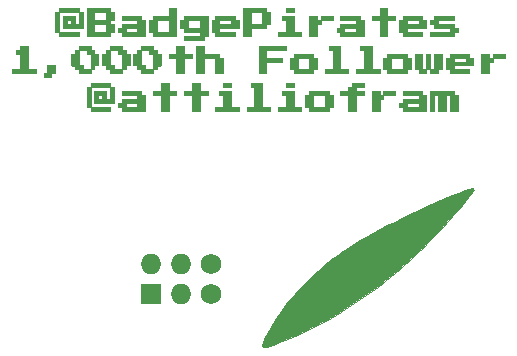
<source format=gbr>
G04 #@! TF.GenerationSoftware,KiCad,Pcbnew,(5.1.2)-1*
G04 #@! TF.CreationDate,2019-07-16T22:45:59-05:00*
G04 #@! TF.ProjectId,1ktwitter,316b7477-6974-4746-9572-2e6b69636164,rev?*
G04 #@! TF.SameCoordinates,Original*
G04 #@! TF.FileFunction,Copper,L1,Top*
G04 #@! TF.FilePolarity,Positive*
%FSLAX46Y46*%
G04 Gerber Fmt 4.6, Leading zero omitted, Abs format (unit mm)*
G04 Created by KiCad (PCBNEW (5.1.2)-1) date 2019-07-16 22:45:59*
%MOMM*%
%LPD*%
G04 APERTURE LIST*
%ADD10C,0.010000*%
%ADD11C,1.727200*%
%ADD12O,1.727200X1.727200*%
%ADD13R,1.727200X1.727200*%
G04 APERTURE END LIST*
D10*
G36*
X16526657Y-14790849D02*
G01*
X16556872Y-14796928D01*
X16580631Y-14810880D01*
X16596853Y-14825320D01*
X16632823Y-14874660D01*
X16644164Y-14930161D01*
X16630852Y-14991687D01*
X16626512Y-15001904D01*
X16613849Y-15022216D01*
X16586606Y-15060293D01*
X16546286Y-15114240D01*
X16494389Y-15182161D01*
X16432418Y-15262161D01*
X16361874Y-15352344D01*
X16284258Y-15450814D01*
X16201072Y-15555675D01*
X16113818Y-15665032D01*
X16023998Y-15776989D01*
X15933111Y-15889651D01*
X15842662Y-16001121D01*
X15754150Y-16109504D01*
X15669077Y-16212905D01*
X15628100Y-16262385D01*
X15027796Y-16970814D01*
X14415970Y-17664004D01*
X14084686Y-18027650D01*
X13885947Y-18241369D01*
X13673205Y-18466455D01*
X13449276Y-18700085D01*
X13216974Y-18939437D01*
X12979116Y-19181688D01*
X12738517Y-19424016D01*
X12497992Y-19663598D01*
X12260358Y-19897613D01*
X12028429Y-20123236D01*
X11805021Y-20337647D01*
X11592951Y-20538022D01*
X11423164Y-20695697D01*
X10720155Y-21327193D01*
X10002847Y-21941219D01*
X9272648Y-22536712D01*
X8530967Y-23112607D01*
X7779214Y-23667841D01*
X7018796Y-24201349D01*
X6251124Y-24712067D01*
X5477605Y-25198930D01*
X5391150Y-25251635D01*
X4976121Y-25499536D01*
X4550246Y-25745681D01*
X4119423Y-25986819D01*
X3689552Y-26219695D01*
X3266530Y-26441056D01*
X2889250Y-26631358D01*
X2439190Y-26850535D01*
X1994079Y-27060118D01*
X1549456Y-27262029D01*
X1100862Y-27458190D01*
X643839Y-27650523D01*
X173925Y-27840949D01*
X-313337Y-28031392D01*
X-695177Y-28176262D01*
X-802547Y-28215010D01*
X-890308Y-28242938D01*
X-961601Y-28260516D01*
X-1019571Y-28268216D01*
X-1067360Y-28266508D01*
X-1108110Y-28255864D01*
X-1135943Y-28242300D01*
X-1179638Y-28209374D01*
X-1211383Y-28167781D01*
X-1230898Y-28116413D01*
X-1237898Y-28054162D01*
X-1232102Y-27979918D01*
X-1213228Y-27892573D01*
X-1180992Y-27791018D01*
X-1135114Y-27674144D01*
X-1075309Y-27540844D01*
X-1001296Y-27390007D01*
X-912793Y-27220526D01*
X-842875Y-27091671D01*
X-507088Y-26506401D01*
X-147971Y-25929623D01*
X233485Y-25362498D01*
X636291Y-24806191D01*
X1059455Y-24261864D01*
X1501989Y-23730680D01*
X1962902Y-23213802D01*
X2441203Y-22712393D01*
X2935903Y-22227616D01*
X3446011Y-21760634D01*
X3970537Y-21312610D01*
X4311650Y-21037694D01*
X4708809Y-20733247D01*
X5128811Y-20427538D01*
X5571794Y-20120496D01*
X6037898Y-19812045D01*
X6527262Y-19502112D01*
X7040026Y-19190622D01*
X7576330Y-18877503D01*
X8136313Y-18562679D01*
X8720116Y-18246078D01*
X9327876Y-17927625D01*
X9959735Y-17607246D01*
X10615831Y-17284868D01*
X11296305Y-16960417D01*
X12001296Y-16633818D01*
X12730943Y-16304998D01*
X13485387Y-15973883D01*
X14264766Y-15640399D01*
X15069220Y-15304472D01*
X15405100Y-15166521D01*
X15595601Y-15089162D01*
X15764240Y-15021820D01*
X15912301Y-14964045D01*
X16041065Y-14915388D01*
X16151816Y-14875399D01*
X16245834Y-14843630D01*
X16324403Y-14819631D01*
X16388805Y-14802953D01*
X16440323Y-14793146D01*
X16480238Y-14789762D01*
X16480558Y-14789759D01*
X16526657Y-14790849D01*
X16526657Y-14790849D01*
G37*
X16526657Y-14790849D02*
X16556872Y-14796928D01*
X16580631Y-14810880D01*
X16596853Y-14825320D01*
X16632823Y-14874660D01*
X16644164Y-14930161D01*
X16630852Y-14991687D01*
X16626512Y-15001904D01*
X16613849Y-15022216D01*
X16586606Y-15060293D01*
X16546286Y-15114240D01*
X16494389Y-15182161D01*
X16432418Y-15262161D01*
X16361874Y-15352344D01*
X16284258Y-15450814D01*
X16201072Y-15555675D01*
X16113818Y-15665032D01*
X16023998Y-15776989D01*
X15933111Y-15889651D01*
X15842662Y-16001121D01*
X15754150Y-16109504D01*
X15669077Y-16212905D01*
X15628100Y-16262385D01*
X15027796Y-16970814D01*
X14415970Y-17664004D01*
X14084686Y-18027650D01*
X13885947Y-18241369D01*
X13673205Y-18466455D01*
X13449276Y-18700085D01*
X13216974Y-18939437D01*
X12979116Y-19181688D01*
X12738517Y-19424016D01*
X12497992Y-19663598D01*
X12260358Y-19897613D01*
X12028429Y-20123236D01*
X11805021Y-20337647D01*
X11592951Y-20538022D01*
X11423164Y-20695697D01*
X10720155Y-21327193D01*
X10002847Y-21941219D01*
X9272648Y-22536712D01*
X8530967Y-23112607D01*
X7779214Y-23667841D01*
X7018796Y-24201349D01*
X6251124Y-24712067D01*
X5477605Y-25198930D01*
X5391150Y-25251635D01*
X4976121Y-25499536D01*
X4550246Y-25745681D01*
X4119423Y-25986819D01*
X3689552Y-26219695D01*
X3266530Y-26441056D01*
X2889250Y-26631358D01*
X2439190Y-26850535D01*
X1994079Y-27060118D01*
X1549456Y-27262029D01*
X1100862Y-27458190D01*
X643839Y-27650523D01*
X173925Y-27840949D01*
X-313337Y-28031392D01*
X-695177Y-28176262D01*
X-802547Y-28215010D01*
X-890308Y-28242938D01*
X-961601Y-28260516D01*
X-1019571Y-28268216D01*
X-1067360Y-28266508D01*
X-1108110Y-28255864D01*
X-1135943Y-28242300D01*
X-1179638Y-28209374D01*
X-1211383Y-28167781D01*
X-1230898Y-28116413D01*
X-1237898Y-28054162D01*
X-1232102Y-27979918D01*
X-1213228Y-27892573D01*
X-1180992Y-27791018D01*
X-1135114Y-27674144D01*
X-1075309Y-27540844D01*
X-1001296Y-27390007D01*
X-912793Y-27220526D01*
X-842875Y-27091671D01*
X-507088Y-26506401D01*
X-147971Y-25929623D01*
X233485Y-25362498D01*
X636291Y-24806191D01*
X1059455Y-24261864D01*
X1501989Y-23730680D01*
X1962902Y-23213802D01*
X2441203Y-22712393D01*
X2935903Y-22227616D01*
X3446011Y-21760634D01*
X3970537Y-21312610D01*
X4311650Y-21037694D01*
X4708809Y-20733247D01*
X5128811Y-20427538D01*
X5571794Y-20120496D01*
X6037898Y-19812045D01*
X6527262Y-19502112D01*
X7040026Y-19190622D01*
X7576330Y-18877503D01*
X8136313Y-18562679D01*
X8720116Y-18246078D01*
X9327876Y-17927625D01*
X9959735Y-17607246D01*
X10615831Y-17284868D01*
X11296305Y-16960417D01*
X12001296Y-16633818D01*
X12730943Y-16304998D01*
X13485387Y-15973883D01*
X14264766Y-15640399D01*
X15069220Y-15304472D01*
X15405100Y-15166521D01*
X15595601Y-15089162D01*
X15764240Y-15021820D01*
X15912301Y-14964045D01*
X16041065Y-14915388D01*
X16151816Y-14875399D01*
X16245834Y-14843630D01*
X16324403Y-14819631D01*
X16388805Y-14802953D01*
X16440323Y-14793146D01*
X16480238Y-14789762D01*
X16480558Y-14789759D01*
X16526657Y-14790849D01*
G36*
X-14135100Y-8229600D02*
G01*
X-15786100Y-8229600D01*
X-15786100Y-7899400D01*
X-14135100Y-7899400D01*
X-14135100Y-8229600D01*
X-14135100Y-8229600D01*
G37*
X-14135100Y-8229600D02*
X-15786100Y-8229600D01*
X-15786100Y-7899400D01*
X-14135100Y-7899400D01*
X-14135100Y-8229600D01*
G36*
X-15786100Y-7899400D02*
G01*
X-16116300Y-7899400D01*
X-16116300Y-6248400D01*
X-15786100Y-6248400D01*
X-15786100Y-7899400D01*
X-15786100Y-7899400D01*
G37*
X-15786100Y-7899400D02*
X-16116300Y-7899400D01*
X-16116300Y-6248400D01*
X-15786100Y-6248400D01*
X-15786100Y-7899400D01*
G36*
X-13804900Y-7569200D02*
G01*
X-15455900Y-7569200D01*
X-15455900Y-6908800D01*
X-15125700Y-6908800D01*
X-15125700Y-7239000D01*
X-14795500Y-7239000D01*
X-14795500Y-6908800D01*
X-15125700Y-6908800D01*
X-15455900Y-6908800D01*
X-15455900Y-6578600D01*
X-14465300Y-6578600D01*
X-14465300Y-7239000D01*
X-14135100Y-7239000D01*
X-14135100Y-6248400D01*
X-13804900Y-6248400D01*
X-13804900Y-7569200D01*
X-13804900Y-7569200D01*
G37*
X-13804900Y-7569200D02*
X-15455900Y-7569200D01*
X-15455900Y-6908800D01*
X-15125700Y-6908800D01*
X-15125700Y-7239000D01*
X-14795500Y-7239000D01*
X-14795500Y-6908800D01*
X-15125700Y-6908800D01*
X-15455900Y-6908800D01*
X-15455900Y-6578600D01*
X-14465300Y-6578600D01*
X-14465300Y-7239000D01*
X-14135100Y-7239000D01*
X-14135100Y-6248400D01*
X-13804900Y-6248400D01*
X-13804900Y-7569200D01*
G36*
X-14135100Y-6248400D02*
G01*
X-15786100Y-6248400D01*
X-15786100Y-5918200D01*
X-14135100Y-5918200D01*
X-14135100Y-6248400D01*
X-14135100Y-6248400D01*
G37*
X-14135100Y-6248400D02*
X-15786100Y-6248400D01*
X-15786100Y-5918200D01*
X-14135100Y-5918200D01*
X-14135100Y-6248400D01*
G36*
X-11493500Y-6908800D02*
G01*
X-11163300Y-6908800D01*
X-11163300Y-8229600D01*
X-13144500Y-8229600D01*
X-13144500Y-7899400D01*
X-13474700Y-7899400D01*
X-13474700Y-7569200D01*
X-13144500Y-7569200D01*
X-12814300Y-7569200D01*
X-12814300Y-7899400D01*
X-11823700Y-7899400D01*
X-11823700Y-7569200D01*
X-12814300Y-7569200D01*
X-13144500Y-7569200D01*
X-13144500Y-7239000D01*
X-11823700Y-7239000D01*
X-11823700Y-6908800D01*
X-13144500Y-6908800D01*
X-13144500Y-6578600D01*
X-11493500Y-6578600D01*
X-11493500Y-6908800D01*
X-11493500Y-6908800D01*
G37*
X-11493500Y-6908800D02*
X-11163300Y-6908800D01*
X-11163300Y-8229600D01*
X-13144500Y-8229600D01*
X-13144500Y-7899400D01*
X-13474700Y-7899400D01*
X-13474700Y-7569200D01*
X-13144500Y-7569200D01*
X-12814300Y-7569200D01*
X-12814300Y-7899400D01*
X-11823700Y-7899400D01*
X-11823700Y-7569200D01*
X-12814300Y-7569200D01*
X-13144500Y-7569200D01*
X-13144500Y-7239000D01*
X-11823700Y-7239000D01*
X-11823700Y-6908800D01*
X-13144500Y-6908800D01*
X-13144500Y-6578600D01*
X-11493500Y-6578600D01*
X-11493500Y-6908800D01*
G36*
X-9169400Y-6578600D02*
G01*
X-8509000Y-6578600D01*
X-8509000Y-6908800D01*
X-9169400Y-6908800D01*
X-9169400Y-8229600D01*
X-9842500Y-8229600D01*
X-9842500Y-6908800D01*
X-10502900Y-6908800D01*
X-10502900Y-6578600D01*
X-9842500Y-6578600D01*
X-9842500Y-5918200D01*
X-9169400Y-5918200D01*
X-9169400Y-6578600D01*
X-9169400Y-6578600D01*
G37*
X-9169400Y-6578600D02*
X-8509000Y-6578600D01*
X-8509000Y-6908800D01*
X-9169400Y-6908800D01*
X-9169400Y-8229600D01*
X-9842500Y-8229600D01*
X-9842500Y-6908800D01*
X-10502900Y-6908800D01*
X-10502900Y-6578600D01*
X-9842500Y-6578600D01*
X-9842500Y-5918200D01*
X-9169400Y-5918200D01*
X-9169400Y-6578600D01*
G36*
X-6527800Y-6578600D02*
G01*
X-5867400Y-6578600D01*
X-5867400Y-6908800D01*
X-6527800Y-6908800D01*
X-6527800Y-8229600D01*
X-7188200Y-8229600D01*
X-7188200Y-6908800D01*
X-7848600Y-6908800D01*
X-7848600Y-6578600D01*
X-7188200Y-6578600D01*
X-7188200Y-5918200D01*
X-6527800Y-5918200D01*
X-6527800Y-6578600D01*
X-6527800Y-6578600D01*
G37*
X-6527800Y-6578600D02*
X-5867400Y-6578600D01*
X-5867400Y-6908800D01*
X-6527800Y-6908800D01*
X-6527800Y-8229600D01*
X-7188200Y-8229600D01*
X-7188200Y-6908800D01*
X-7848600Y-6908800D01*
X-7848600Y-6578600D01*
X-7188200Y-6578600D01*
X-7188200Y-5918200D01*
X-6527800Y-5918200D01*
X-6527800Y-6578600D01*
G36*
X-3886200Y-7899400D02*
G01*
X-3225800Y-7899400D01*
X-3225800Y-8229600D01*
X-5207000Y-8229600D01*
X-5207000Y-7899400D01*
X-4546600Y-7899400D01*
X-4546600Y-6908800D01*
X-4876800Y-6908800D01*
X-4876800Y-6578600D01*
X-3886200Y-6578600D01*
X-3886200Y-7899400D01*
X-3886200Y-7899400D01*
G37*
X-3886200Y-7899400D02*
X-3225800Y-7899400D01*
X-3225800Y-8229600D01*
X-5207000Y-8229600D01*
X-5207000Y-7899400D01*
X-4546600Y-7899400D01*
X-4546600Y-6908800D01*
X-4876800Y-6908800D01*
X-4876800Y-6578600D01*
X-3886200Y-6578600D01*
X-3886200Y-7899400D01*
G36*
X-1231900Y-7899400D02*
G01*
X-571500Y-7899400D01*
X-571500Y-8229600D01*
X-2566159Y-8229600D01*
X-2562605Y-8067675D01*
X-2559050Y-7905750D01*
X-2232025Y-7902360D01*
X-1905000Y-7898971D01*
X-1905000Y-6248400D01*
X-2235200Y-6248400D01*
X-2235200Y-5918200D01*
X-1231900Y-5918200D01*
X-1231900Y-7899400D01*
X-1231900Y-7899400D01*
G37*
X-1231900Y-7899400D02*
X-571500Y-7899400D01*
X-571500Y-8229600D01*
X-2566159Y-8229600D01*
X-2562605Y-8067675D01*
X-2559050Y-7905750D01*
X-2232025Y-7902360D01*
X-1905000Y-7898971D01*
X-1905000Y-6248400D01*
X-2235200Y-6248400D01*
X-2235200Y-5918200D01*
X-1231900Y-5918200D01*
X-1231900Y-7899400D01*
G36*
X1409700Y-7899400D02*
G01*
X2070100Y-7899400D01*
X2070100Y-8229600D01*
X88900Y-8229600D01*
X88900Y-7899400D01*
X749300Y-7899400D01*
X749300Y-6908800D01*
X419100Y-6908800D01*
X419100Y-6578600D01*
X1409700Y-6578600D01*
X1409700Y-7899400D01*
X1409700Y-7899400D01*
G37*
X1409700Y-7899400D02*
X2070100Y-7899400D01*
X2070100Y-8229600D01*
X88900Y-8229600D01*
X88900Y-7899400D01*
X749300Y-7899400D01*
X749300Y-6908800D01*
X419100Y-6908800D01*
X419100Y-6578600D01*
X1409700Y-6578600D01*
X1409700Y-7899400D01*
G36*
X4381500Y-6908800D02*
G01*
X4711700Y-6908800D01*
X4711700Y-7899400D01*
X4381500Y-7899400D01*
X4381500Y-8229600D01*
X2730500Y-8229600D01*
X2730500Y-7899400D01*
X2400300Y-7899400D01*
X2400300Y-6908800D01*
X2730500Y-6908800D01*
X3060700Y-6908800D01*
X3060700Y-7899400D01*
X4051300Y-7899400D01*
X4051300Y-6908800D01*
X3060700Y-6908800D01*
X2730500Y-6908800D01*
X2730500Y-6578600D01*
X4381500Y-6578600D01*
X4381500Y-6908800D01*
X4381500Y-6908800D01*
G37*
X4381500Y-6908800D02*
X4711700Y-6908800D01*
X4711700Y-7899400D01*
X4381500Y-7899400D01*
X4381500Y-8229600D01*
X2730500Y-8229600D01*
X2730500Y-7899400D01*
X2400300Y-7899400D01*
X2400300Y-6908800D01*
X2730500Y-6908800D01*
X3060700Y-6908800D01*
X3060700Y-7899400D01*
X4051300Y-7899400D01*
X4051300Y-6908800D01*
X3060700Y-6908800D01*
X2730500Y-6908800D01*
X2730500Y-6578600D01*
X4381500Y-6578600D01*
X4381500Y-6908800D01*
G36*
X7366000Y-6248400D02*
G01*
X6705600Y-6248400D01*
X6705600Y-6578600D01*
X7366000Y-6578600D01*
X7366000Y-6908800D01*
X6705600Y-6908800D01*
X6705600Y-8229600D01*
X6032500Y-8229600D01*
X6032500Y-6908800D01*
X5372100Y-6908800D01*
X5372100Y-6578600D01*
X6032500Y-6578600D01*
X6032500Y-6248400D01*
X6375400Y-6248400D01*
X6375400Y-5918200D01*
X7366000Y-5918200D01*
X7366000Y-6248400D01*
X7366000Y-6248400D01*
G37*
X7366000Y-6248400D02*
X6705600Y-6248400D01*
X6705600Y-6578600D01*
X7366000Y-6578600D01*
X7366000Y-6908800D01*
X6705600Y-6908800D01*
X6705600Y-8229600D01*
X6032500Y-8229600D01*
X6032500Y-6908800D01*
X5372100Y-6908800D01*
X5372100Y-6578600D01*
X6032500Y-6578600D01*
X6032500Y-6248400D01*
X6375400Y-6248400D01*
X6375400Y-5918200D01*
X7366000Y-5918200D01*
X7366000Y-6248400D01*
G36*
X8686800Y-6908800D02*
G01*
X9017000Y-6908800D01*
X9017000Y-7239000D01*
X8686800Y-7239000D01*
X8686800Y-8229600D01*
X8026400Y-8229600D01*
X8026400Y-6578600D01*
X8686800Y-6578600D01*
X8686800Y-6908800D01*
X8686800Y-6908800D01*
G37*
X8686800Y-6908800D02*
X9017000Y-6908800D01*
X9017000Y-7239000D01*
X8686800Y-7239000D01*
X8686800Y-8229600D01*
X8026400Y-8229600D01*
X8026400Y-6578600D01*
X8686800Y-6578600D01*
X8686800Y-6908800D01*
G36*
X10007600Y-6908800D02*
G01*
X9017000Y-6908800D01*
X9017000Y-6578600D01*
X10007600Y-6578600D01*
X10007600Y-6908800D01*
X10007600Y-6908800D01*
G37*
X10007600Y-6908800D02*
X9017000Y-6908800D01*
X9017000Y-6578600D01*
X10007600Y-6578600D01*
X10007600Y-6908800D01*
G36*
X12319000Y-6908800D02*
G01*
X12649200Y-6908800D01*
X12649200Y-8229600D01*
X10668000Y-8229600D01*
X10668000Y-7899400D01*
X10337800Y-7899400D01*
X10337800Y-7569200D01*
X10668000Y-7569200D01*
X10998200Y-7569200D01*
X10998200Y-7899400D01*
X11988800Y-7899400D01*
X11988800Y-7569200D01*
X10998200Y-7569200D01*
X10668000Y-7569200D01*
X10668000Y-7239000D01*
X11988800Y-7239000D01*
X11988800Y-6908800D01*
X10668000Y-6908800D01*
X10668000Y-6578600D01*
X12319000Y-6578600D01*
X12319000Y-6908800D01*
X12319000Y-6908800D01*
G37*
X12319000Y-6908800D02*
X12649200Y-6908800D01*
X12649200Y-8229600D01*
X10668000Y-8229600D01*
X10668000Y-7899400D01*
X10337800Y-7899400D01*
X10337800Y-7569200D01*
X10668000Y-7569200D01*
X10998200Y-7569200D01*
X10998200Y-7899400D01*
X11988800Y-7899400D01*
X11988800Y-7569200D01*
X10998200Y-7569200D01*
X10668000Y-7569200D01*
X10668000Y-7239000D01*
X11988800Y-7239000D01*
X11988800Y-6908800D01*
X10668000Y-6908800D01*
X10668000Y-6578600D01*
X12319000Y-6578600D01*
X12319000Y-6908800D01*
G36*
X14973300Y-6908800D02*
G01*
X15303500Y-6908800D01*
X15303500Y-8229600D01*
X14643100Y-8229600D01*
X14643100Y-6908800D01*
X14312900Y-6908800D01*
X14312900Y-8229600D01*
X13639800Y-8229600D01*
X13639800Y-6908800D01*
X13309600Y-6908800D01*
X13309600Y-8229600D01*
X12979400Y-8229600D01*
X12979400Y-6578600D01*
X14973300Y-6578600D01*
X14973300Y-6908800D01*
X14973300Y-6908800D01*
G37*
X14973300Y-6908800D02*
X15303500Y-6908800D01*
X15303500Y-8229600D01*
X14643100Y-8229600D01*
X14643100Y-6908800D01*
X14312900Y-6908800D01*
X14312900Y-8229600D01*
X13639800Y-8229600D01*
X13639800Y-6908800D01*
X13309600Y-6908800D01*
X13309600Y-8229600D01*
X12979400Y-8229600D01*
X12979400Y-6578600D01*
X14973300Y-6578600D01*
X14973300Y-6908800D01*
G36*
X-3886200Y-6248400D02*
G01*
X-4546600Y-6248400D01*
X-4546600Y-5918200D01*
X-3886200Y-5918200D01*
X-3886200Y-6248400D01*
X-3886200Y-6248400D01*
G37*
X-3886200Y-6248400D02*
X-4546600Y-6248400D01*
X-4546600Y-5918200D01*
X-3886200Y-5918200D01*
X-3886200Y-6248400D01*
G36*
X1409700Y-6248400D02*
G01*
X749300Y-6248400D01*
X749300Y-5918200D01*
X1409700Y-5918200D01*
X1409700Y-6248400D01*
X1409700Y-6248400D01*
G37*
X1409700Y-6248400D02*
X749300Y-6248400D01*
X749300Y-5918200D01*
X1409700Y-5918200D01*
X1409700Y-6248400D01*
G36*
X-18770600Y-5053841D02*
G01*
X-18932525Y-5057395D01*
X-19094450Y-5060950D01*
X-19098005Y-5222875D01*
X-19101559Y-5384800D01*
X-19761200Y-5384800D01*
X-19761200Y-5054600D01*
X-19431000Y-5054600D01*
X-19431000Y-4394200D01*
X-18770600Y-4394200D01*
X-18770600Y-5053841D01*
X-18770600Y-5053841D01*
G37*
X-18770600Y-5053841D02*
X-18932525Y-5057395D01*
X-19094450Y-5060950D01*
X-19098005Y-5222875D01*
X-19101559Y-5384800D01*
X-19761200Y-5384800D01*
X-19761200Y-5054600D01*
X-19431000Y-5054600D01*
X-19431000Y-4394200D01*
X-18770600Y-4394200D01*
X-18770600Y-5053841D01*
G36*
X-21082000Y-4724400D02*
G01*
X-20421600Y-4724400D01*
X-20421600Y-5054600D01*
X-22402800Y-5054600D01*
X-22402800Y-4724400D01*
X-21742400Y-4724400D01*
X-21742400Y-3403600D01*
X-22072600Y-3403600D01*
X-22072600Y-3073400D01*
X-21742400Y-3073400D01*
X-21742400Y-2743200D01*
X-21082000Y-2743200D01*
X-21082000Y-4724400D01*
X-21082000Y-4724400D01*
G37*
X-21082000Y-4724400D02*
X-20421600Y-4724400D01*
X-20421600Y-5054600D01*
X-22402800Y-5054600D01*
X-22402800Y-4724400D01*
X-21742400Y-4724400D01*
X-21742400Y-3403600D01*
X-22072600Y-3403600D01*
X-22072600Y-3073400D01*
X-21742400Y-3073400D01*
X-21742400Y-2743200D01*
X-21082000Y-2743200D01*
X-21082000Y-4724400D01*
G36*
X-15786100Y-3073400D02*
G01*
X-15455900Y-3073400D01*
X-15455900Y-3403600D01*
X-15125700Y-3403600D01*
X-15125700Y-4394200D01*
X-15455900Y-4394200D01*
X-15455900Y-4724400D01*
X-15786100Y-4724400D01*
X-15786100Y-5054600D01*
X-16775942Y-5054600D01*
X-16783050Y-4730750D01*
X-16944599Y-4727198D01*
X-17106147Y-4723646D01*
X-17109699Y-4562098D01*
X-17113250Y-4400550D01*
X-17275175Y-4396995D01*
X-17437100Y-4393441D01*
X-17437100Y-3403600D01*
X-17106900Y-3403600D01*
X-17106900Y-3073400D01*
X-16776700Y-3073400D01*
X-16776700Y-4394200D01*
X-16446500Y-4394200D01*
X-16446500Y-4724400D01*
X-15786100Y-4724400D01*
X-15786100Y-3403600D01*
X-16116300Y-3403600D01*
X-16116300Y-3073400D01*
X-16776700Y-3073400D01*
X-16776700Y-2743200D01*
X-15786100Y-2743200D01*
X-15786100Y-3073400D01*
X-15786100Y-3073400D01*
G37*
X-15786100Y-3073400D02*
X-15455900Y-3073400D01*
X-15455900Y-3403600D01*
X-15125700Y-3403600D01*
X-15125700Y-4394200D01*
X-15455900Y-4394200D01*
X-15455900Y-4724400D01*
X-15786100Y-4724400D01*
X-15786100Y-5054600D01*
X-16775942Y-5054600D01*
X-16783050Y-4730750D01*
X-16944599Y-4727198D01*
X-17106147Y-4723646D01*
X-17109699Y-4562098D01*
X-17113250Y-4400550D01*
X-17275175Y-4396995D01*
X-17437100Y-4393441D01*
X-17437100Y-3403600D01*
X-17106900Y-3403600D01*
X-17106900Y-3073400D01*
X-16776700Y-3073400D01*
X-16776700Y-4394200D01*
X-16446500Y-4394200D01*
X-16446500Y-4724400D01*
X-15786100Y-4724400D01*
X-15786100Y-3403600D01*
X-16116300Y-3403600D01*
X-16116300Y-3073400D01*
X-16776700Y-3073400D01*
X-16776700Y-2743200D01*
X-15786100Y-2743200D01*
X-15786100Y-3073400D01*
G36*
X-13144500Y-3073400D02*
G01*
X-12814300Y-3073400D01*
X-12814300Y-3403600D01*
X-12484100Y-3403600D01*
X-12484100Y-4394200D01*
X-12814300Y-4394200D01*
X-12814300Y-4724400D01*
X-13144500Y-4724400D01*
X-13144500Y-5054600D01*
X-14135100Y-5054600D01*
X-14135100Y-4724400D01*
X-14465300Y-4724400D01*
X-14465300Y-4394200D01*
X-14795500Y-4394200D01*
X-14795500Y-3403600D01*
X-14465300Y-3403600D01*
X-14465300Y-3073400D01*
X-14135100Y-3073400D01*
X-14135100Y-4394200D01*
X-13804900Y-4394200D01*
X-13804900Y-4724400D01*
X-13144500Y-4724400D01*
X-13144500Y-3403600D01*
X-13474700Y-3403600D01*
X-13474700Y-3073400D01*
X-14135100Y-3073400D01*
X-14135100Y-2743200D01*
X-13144500Y-2743200D01*
X-13144500Y-3073400D01*
X-13144500Y-3073400D01*
G37*
X-13144500Y-3073400D02*
X-12814300Y-3073400D01*
X-12814300Y-3403600D01*
X-12484100Y-3403600D01*
X-12484100Y-4394200D01*
X-12814300Y-4394200D01*
X-12814300Y-4724400D01*
X-13144500Y-4724400D01*
X-13144500Y-5054600D01*
X-14135100Y-5054600D01*
X-14135100Y-4724400D01*
X-14465300Y-4724400D01*
X-14465300Y-4394200D01*
X-14795500Y-4394200D01*
X-14795500Y-3403600D01*
X-14465300Y-3403600D01*
X-14465300Y-3073400D01*
X-14135100Y-3073400D01*
X-14135100Y-4394200D01*
X-13804900Y-4394200D01*
X-13804900Y-4724400D01*
X-13144500Y-4724400D01*
X-13144500Y-3403600D01*
X-13474700Y-3403600D01*
X-13474700Y-3073400D01*
X-14135100Y-3073400D01*
X-14135100Y-2743200D01*
X-13144500Y-2743200D01*
X-13144500Y-3073400D01*
G36*
X-10502900Y-3073400D02*
G01*
X-10172700Y-3073400D01*
X-10172700Y-3403600D01*
X-9842500Y-3403600D01*
X-9842500Y-4393441D01*
X-10004425Y-4396995D01*
X-10166350Y-4400550D01*
X-10169905Y-4562475D01*
X-10173459Y-4724400D01*
X-10502900Y-4724400D01*
X-10502900Y-5054600D01*
X-11493500Y-5054600D01*
X-11493500Y-4724400D01*
X-11823700Y-4724400D01*
X-11823700Y-4394200D01*
X-12153900Y-4394200D01*
X-12153900Y-3403600D01*
X-11823700Y-3403600D01*
X-11823700Y-3073400D01*
X-11493500Y-3073400D01*
X-11493500Y-4394200D01*
X-11163300Y-4394200D01*
X-11163300Y-4724400D01*
X-10502900Y-4724400D01*
X-10502900Y-3403600D01*
X-10833100Y-3403600D01*
X-10833100Y-3073400D01*
X-11493500Y-3073400D01*
X-11493500Y-2743200D01*
X-10502900Y-2743200D01*
X-10502900Y-3073400D01*
X-10502900Y-3073400D01*
G37*
X-10502900Y-3073400D02*
X-10172700Y-3073400D01*
X-10172700Y-3403600D01*
X-9842500Y-3403600D01*
X-9842500Y-4393441D01*
X-10004425Y-4396995D01*
X-10166350Y-4400550D01*
X-10169905Y-4562475D01*
X-10173459Y-4724400D01*
X-10502900Y-4724400D01*
X-10502900Y-5054600D01*
X-11493500Y-5054600D01*
X-11493500Y-4724400D01*
X-11823700Y-4724400D01*
X-11823700Y-4394200D01*
X-12153900Y-4394200D01*
X-12153900Y-3403600D01*
X-11823700Y-3403600D01*
X-11823700Y-3073400D01*
X-11493500Y-3073400D01*
X-11493500Y-4394200D01*
X-11163300Y-4394200D01*
X-11163300Y-4724400D01*
X-10502900Y-4724400D01*
X-10502900Y-3403600D01*
X-10833100Y-3403600D01*
X-10833100Y-3073400D01*
X-11493500Y-3073400D01*
X-11493500Y-2743200D01*
X-10502900Y-2743200D01*
X-10502900Y-3073400D01*
G36*
X-7848600Y-3403600D02*
G01*
X-7188200Y-3403600D01*
X-7188200Y-3733800D01*
X-7848600Y-3733800D01*
X-7848600Y-5054600D01*
X-8509000Y-5054600D01*
X-8509000Y-3733800D01*
X-9169400Y-3733800D01*
X-9169400Y-3403600D01*
X-8509000Y-3403600D01*
X-8509000Y-2743200D01*
X-7848600Y-2743200D01*
X-7848600Y-3403600D01*
X-7848600Y-3403600D01*
G37*
X-7848600Y-3403600D02*
X-7188200Y-3403600D01*
X-7188200Y-3733800D01*
X-7848600Y-3733800D01*
X-7848600Y-5054600D01*
X-8509000Y-5054600D01*
X-8509000Y-3733800D01*
X-9169400Y-3733800D01*
X-9169400Y-3403600D01*
X-8509000Y-3403600D01*
X-8509000Y-2743200D01*
X-7848600Y-2743200D01*
X-7848600Y-3403600D01*
G36*
X-6197600Y-3403600D02*
G01*
X-4876800Y-3403600D01*
X-4876800Y-3733800D01*
X-4546600Y-3733800D01*
X-4546600Y-5054600D01*
X-5207000Y-5054600D01*
X-5207000Y-3733800D01*
X-6197600Y-3733800D01*
X-6197600Y-5054600D01*
X-6858000Y-5054600D01*
X-6858000Y-2743200D01*
X-6197600Y-2743200D01*
X-6197600Y-3403600D01*
X-6197600Y-3403600D01*
G37*
X-6197600Y-3403600D02*
X-4876800Y-3403600D01*
X-4876800Y-3733800D01*
X-4546600Y-3733800D01*
X-4546600Y-5054600D01*
X-5207000Y-5054600D01*
X-5207000Y-3733800D01*
X-6197600Y-3733800D01*
X-6197600Y-5054600D01*
X-6858000Y-5054600D01*
X-6858000Y-2743200D01*
X-6197600Y-2743200D01*
X-6197600Y-3403600D01*
G36*
X749300Y-3073400D02*
G01*
X-901700Y-3073400D01*
X-901700Y-3733800D01*
X419100Y-3733800D01*
X419100Y-4064000D01*
X-901700Y-4064000D01*
X-901700Y-5054600D01*
X-1562100Y-5054600D01*
X-1562100Y-2743200D01*
X749300Y-2743200D01*
X749300Y-3073400D01*
X749300Y-3073400D01*
G37*
X749300Y-3073400D02*
X-901700Y-3073400D01*
X-901700Y-3733800D01*
X419100Y-3733800D01*
X419100Y-4064000D01*
X-901700Y-4064000D01*
X-901700Y-5054600D01*
X-1562100Y-5054600D01*
X-1562100Y-2743200D01*
X749300Y-2743200D01*
X749300Y-3073400D01*
G36*
X3060700Y-3733800D02*
G01*
X3390900Y-3733800D01*
X3390900Y-4724400D01*
X3060700Y-4724400D01*
X3060700Y-5054600D01*
X1409700Y-5054600D01*
X1409700Y-4724400D01*
X1079500Y-4724400D01*
X1079500Y-3733800D01*
X1409700Y-3733800D01*
X1739900Y-3733800D01*
X1739900Y-4724400D01*
X2730500Y-4724400D01*
X2730500Y-3733800D01*
X1739900Y-3733800D01*
X1409700Y-3733800D01*
X1409700Y-3403600D01*
X3060700Y-3403600D01*
X3060700Y-3733800D01*
X3060700Y-3733800D01*
G37*
X3060700Y-3733800D02*
X3390900Y-3733800D01*
X3390900Y-4724400D01*
X3060700Y-4724400D01*
X3060700Y-5054600D01*
X1409700Y-5054600D01*
X1409700Y-4724400D01*
X1079500Y-4724400D01*
X1079500Y-3733800D01*
X1409700Y-3733800D01*
X1739900Y-3733800D01*
X1739900Y-4724400D01*
X2730500Y-4724400D01*
X2730500Y-3733800D01*
X1739900Y-3733800D01*
X1409700Y-3733800D01*
X1409700Y-3403600D01*
X3060700Y-3403600D01*
X3060700Y-3733800D01*
G36*
X5372100Y-4724400D02*
G01*
X6032500Y-4724400D01*
X6032500Y-5054600D01*
X4051300Y-5054600D01*
X4051300Y-4724400D01*
X4711700Y-4724400D01*
X4711700Y-3073400D01*
X4381500Y-3073400D01*
X4381500Y-2743200D01*
X5372100Y-2743200D01*
X5372100Y-4724400D01*
X5372100Y-4724400D01*
G37*
X5372100Y-4724400D02*
X6032500Y-4724400D01*
X6032500Y-5054600D01*
X4051300Y-5054600D01*
X4051300Y-4724400D01*
X4711700Y-4724400D01*
X4711700Y-3073400D01*
X4381500Y-3073400D01*
X4381500Y-2743200D01*
X5372100Y-2743200D01*
X5372100Y-4724400D01*
G36*
X8026400Y-4724400D02*
G01*
X8686800Y-4724400D01*
X8686800Y-5054600D01*
X6705600Y-5054600D01*
X6705600Y-4724400D01*
X7366000Y-4724400D01*
X7366000Y-3073400D01*
X7035800Y-3073400D01*
X7035800Y-2743200D01*
X8026400Y-2743200D01*
X8026400Y-4724400D01*
X8026400Y-4724400D01*
G37*
X8026400Y-4724400D02*
X8686800Y-4724400D01*
X8686800Y-5054600D01*
X6705600Y-5054600D01*
X6705600Y-4724400D01*
X7366000Y-4724400D01*
X7366000Y-3073400D01*
X7035800Y-3073400D01*
X7035800Y-2743200D01*
X8026400Y-2743200D01*
X8026400Y-4724400D01*
G36*
X10998200Y-3733800D02*
G01*
X11328400Y-3733800D01*
X11328400Y-4724400D01*
X10998200Y-4724400D01*
X10998200Y-5054600D01*
X9347200Y-5054600D01*
X9347200Y-4724400D01*
X9017000Y-4724400D01*
X9017000Y-3733800D01*
X9347200Y-3733800D01*
X9677400Y-3733800D01*
X9677400Y-4724400D01*
X10668000Y-4724400D01*
X10668000Y-3733800D01*
X9677400Y-3733800D01*
X9347200Y-3733800D01*
X9347200Y-3403600D01*
X10998200Y-3403600D01*
X10998200Y-3733800D01*
X10998200Y-3733800D01*
G37*
X10998200Y-3733800D02*
X11328400Y-3733800D01*
X11328400Y-4724400D01*
X10998200Y-4724400D01*
X10998200Y-5054600D01*
X9347200Y-5054600D01*
X9347200Y-4724400D01*
X9017000Y-4724400D01*
X9017000Y-3733800D01*
X9347200Y-3733800D01*
X9677400Y-3733800D01*
X9677400Y-4724400D01*
X10668000Y-4724400D01*
X10668000Y-3733800D01*
X9677400Y-3733800D01*
X9347200Y-3733800D01*
X9347200Y-3403600D01*
X10998200Y-3403600D01*
X10998200Y-3733800D01*
G36*
X13970000Y-4723641D02*
G01*
X13808075Y-4727195D01*
X13646150Y-4730750D01*
X13642595Y-4892675D01*
X13639041Y-5054600D01*
X12979400Y-5054600D01*
X12979400Y-4724400D01*
X13309600Y-4724400D01*
X13309600Y-3403600D01*
X13970000Y-3403600D01*
X13970000Y-4723641D01*
X13970000Y-4723641D01*
G37*
X13970000Y-4723641D02*
X13808075Y-4727195D01*
X13646150Y-4730750D01*
X13642595Y-4892675D01*
X13639041Y-5054600D01*
X12979400Y-5054600D01*
X12979400Y-4724400D01*
X13309600Y-4724400D01*
X13309600Y-3403600D01*
X13970000Y-3403600D01*
X13970000Y-4723641D01*
G36*
X12319000Y-4724400D02*
G01*
X12649200Y-4724400D01*
X12649200Y-5054600D01*
X11988800Y-5054600D01*
X11988800Y-4724400D01*
X11658600Y-4724400D01*
X11658600Y-3403600D01*
X12319000Y-3403600D01*
X12319000Y-4724400D01*
X12319000Y-4724400D01*
G37*
X12319000Y-4724400D02*
X12649200Y-4724400D01*
X12649200Y-5054600D01*
X11988800Y-5054600D01*
X11988800Y-4724400D01*
X11658600Y-4724400D01*
X11658600Y-3403600D01*
X12319000Y-3403600D01*
X12319000Y-4724400D01*
G36*
X12979400Y-4724400D02*
G01*
X12649200Y-4724400D01*
X12649200Y-3403600D01*
X12979400Y-3403600D01*
X12979400Y-4724400D01*
X12979400Y-4724400D01*
G37*
X12979400Y-4724400D02*
X12649200Y-4724400D01*
X12649200Y-3403600D01*
X12979400Y-3403600D01*
X12979400Y-4724400D01*
G36*
X16294100Y-3733800D02*
G01*
X16624300Y-3733800D01*
X16624300Y-4394200D01*
X14973300Y-4394200D01*
X14973300Y-4724400D01*
X16294100Y-4724400D01*
X16294100Y-5054600D01*
X14643858Y-5054600D01*
X14636750Y-4730750D01*
X14474825Y-4727195D01*
X14312900Y-4723641D01*
X14312900Y-3733800D01*
X14643100Y-3733800D01*
X14973300Y-3733800D01*
X14973300Y-4064000D01*
X15963900Y-4064000D01*
X15963900Y-3733800D01*
X14973300Y-3733800D01*
X14643100Y-3733800D01*
X14643100Y-3403600D01*
X16294100Y-3403600D01*
X16294100Y-3733800D01*
X16294100Y-3733800D01*
G37*
X16294100Y-3733800D02*
X16624300Y-3733800D01*
X16624300Y-4394200D01*
X14973300Y-4394200D01*
X14973300Y-4724400D01*
X16294100Y-4724400D01*
X16294100Y-5054600D01*
X14643858Y-5054600D01*
X14636750Y-4730750D01*
X14474825Y-4727195D01*
X14312900Y-4723641D01*
X14312900Y-3733800D01*
X14643100Y-3733800D01*
X14973300Y-3733800D01*
X14973300Y-4064000D01*
X15963900Y-4064000D01*
X15963900Y-3733800D01*
X14973300Y-3733800D01*
X14643100Y-3733800D01*
X14643100Y-3403600D01*
X16294100Y-3403600D01*
X16294100Y-3733800D01*
G36*
X17945100Y-3733800D02*
G01*
X18275300Y-3733800D01*
X18275300Y-4064000D01*
X17945100Y-4064000D01*
X17945100Y-5054600D01*
X17284700Y-5054600D01*
X17284700Y-3403600D01*
X17945100Y-3403600D01*
X17945100Y-3733800D01*
X17945100Y-3733800D01*
G37*
X17945100Y-3733800D02*
X18275300Y-3733800D01*
X18275300Y-4064000D01*
X17945100Y-4064000D01*
X17945100Y-5054600D01*
X17284700Y-5054600D01*
X17284700Y-3403600D01*
X17945100Y-3403600D01*
X17945100Y-3733800D01*
G36*
X19265900Y-3733800D02*
G01*
X18275300Y-3733800D01*
X18275300Y-3403600D01*
X19265900Y-3403600D01*
X19265900Y-3733800D01*
X19265900Y-3733800D01*
G37*
X19265900Y-3733800D02*
X18275300Y-3733800D01*
X18275300Y-3403600D01*
X19265900Y-3403600D01*
X19265900Y-3733800D01*
G36*
X-5867400Y-1879600D02*
G01*
X-6197600Y-1879600D01*
X-6197600Y-2209800D01*
X-7848600Y-2209800D01*
X-7848600Y-1879600D01*
X-6527800Y-1879600D01*
X-6527800Y-1549400D01*
X-7848600Y-1549400D01*
X-7848600Y-1219200D01*
X-8178800Y-1219200D01*
X-8178800Y-558800D01*
X-7848600Y-558800D01*
X-7518400Y-558800D01*
X-7518400Y-1219200D01*
X-6527800Y-1219200D01*
X-6527800Y-558800D01*
X-7518400Y-558800D01*
X-7848600Y-558800D01*
X-7848600Y-228600D01*
X-5867400Y-228600D01*
X-5867400Y-1879600D01*
X-5867400Y-1879600D01*
G37*
X-5867400Y-1879600D02*
X-6197600Y-1879600D01*
X-6197600Y-2209800D01*
X-7848600Y-2209800D01*
X-7848600Y-1879600D01*
X-6527800Y-1879600D01*
X-6527800Y-1549400D01*
X-7848600Y-1549400D01*
X-7848600Y-1219200D01*
X-8178800Y-1219200D01*
X-8178800Y-558800D01*
X-7848600Y-558800D01*
X-7518400Y-558800D01*
X-7518400Y-1219200D01*
X-6527800Y-1219200D01*
X-6527800Y-558800D01*
X-7518400Y-558800D01*
X-7848600Y-558800D01*
X-7848600Y-228600D01*
X-5867400Y-228600D01*
X-5867400Y-1879600D01*
G36*
X-18440400Y-1549216D02*
G01*
X-16783050Y-1555750D01*
X-16775942Y-1879600D01*
X-18440400Y-1879600D01*
X-18440400Y-1549400D01*
X-18770600Y-1549400D01*
X-18770600Y101600D01*
X-18440400Y101600D01*
X-18440400Y-1549216D01*
X-18440400Y-1549216D01*
G37*
X-18440400Y-1549216D02*
X-16783050Y-1555750D01*
X-16775942Y-1879600D01*
X-18440400Y-1879600D01*
X-18440400Y-1549400D01*
X-18770600Y-1549400D01*
X-18770600Y101600D01*
X-18440400Y101600D01*
X-18440400Y-1549216D01*
G36*
X-16446500Y-1219200D02*
G01*
X-18110200Y-1219200D01*
X-18110200Y-889000D01*
X-17780759Y-889000D01*
X-17436342Y-889000D01*
X-17443450Y-565150D01*
X-17773650Y-565150D01*
X-17777205Y-727075D01*
X-17780759Y-889000D01*
X-18110200Y-889000D01*
X-18110200Y-228600D01*
X-17106900Y-228600D01*
X-17106900Y-889000D01*
X-16776700Y-889000D01*
X-16776700Y101600D01*
X-16446500Y101600D01*
X-16446500Y-1219200D01*
X-16446500Y-1219200D01*
G37*
X-16446500Y-1219200D02*
X-18110200Y-1219200D01*
X-18110200Y-889000D01*
X-17780759Y-889000D01*
X-17436342Y-889000D01*
X-17443450Y-565150D01*
X-17773650Y-565150D01*
X-17777205Y-727075D01*
X-17780759Y-889000D01*
X-18110200Y-889000D01*
X-18110200Y-228600D01*
X-17106900Y-228600D01*
X-17106900Y-889000D01*
X-16776700Y-889000D01*
X-16776700Y101600D01*
X-16446500Y101600D01*
X-16446500Y-1219200D01*
G36*
X-16776700Y101600D02*
G01*
X-18440400Y101600D01*
X-18440400Y431800D01*
X-16776700Y431800D01*
X-16776700Y101600D01*
X-16776700Y101600D01*
G37*
X-16776700Y101600D02*
X-18440400Y101600D01*
X-18440400Y431800D01*
X-16776700Y431800D01*
X-16776700Y101600D01*
G36*
X-14135100Y101600D02*
G01*
X-13804900Y101600D01*
X-13804900Y-558800D01*
X-14135100Y-558800D01*
X-14135100Y-889000D01*
X-13804900Y-889000D01*
X-13804900Y-1549400D01*
X-14135100Y-1549400D01*
X-14135100Y-1879600D01*
X-16116300Y-1879600D01*
X-16116300Y-889000D01*
X-15455900Y-889000D01*
X-15455900Y-1549400D01*
X-14465300Y-1549400D01*
X-14465300Y-889000D01*
X-15455900Y-889000D01*
X-16116300Y-889000D01*
X-16116300Y101600D01*
X-15455900Y101600D01*
X-15455900Y-558800D01*
X-14465300Y-558800D01*
X-14465300Y101600D01*
X-15455900Y101600D01*
X-16116300Y101600D01*
X-16116300Y431800D01*
X-14135100Y431800D01*
X-14135100Y101600D01*
X-14135100Y101600D01*
G37*
X-14135100Y101600D02*
X-13804900Y101600D01*
X-13804900Y-558800D01*
X-14135100Y-558800D01*
X-14135100Y-889000D01*
X-13804900Y-889000D01*
X-13804900Y-1549400D01*
X-14135100Y-1549400D01*
X-14135100Y-1879600D01*
X-16116300Y-1879600D01*
X-16116300Y-889000D01*
X-15455900Y-889000D01*
X-15455900Y-1549400D01*
X-14465300Y-1549400D01*
X-14465300Y-889000D01*
X-15455900Y-889000D01*
X-16116300Y-889000D01*
X-16116300Y101600D01*
X-15455900Y101600D01*
X-15455900Y-558800D01*
X-14465300Y-558800D01*
X-14465300Y101600D01*
X-15455900Y101600D01*
X-16116300Y101600D01*
X-16116300Y431800D01*
X-14135100Y431800D01*
X-14135100Y101600D01*
G36*
X-11493500Y-558800D02*
G01*
X-11163300Y-558800D01*
X-11163300Y-1879600D01*
X-13144500Y-1879600D01*
X-13144500Y-1549400D01*
X-13474700Y-1549400D01*
X-13474700Y-1219200D01*
X-13144500Y-1219200D01*
X-12814300Y-1219200D01*
X-12814300Y-1549400D01*
X-11823700Y-1549400D01*
X-11823700Y-1219200D01*
X-12814300Y-1219200D01*
X-13144500Y-1219200D01*
X-13144500Y-889000D01*
X-11823700Y-889000D01*
X-11823700Y-558800D01*
X-13144500Y-558800D01*
X-13144500Y-228600D01*
X-11493500Y-228600D01*
X-11493500Y-558800D01*
X-11493500Y-558800D01*
G37*
X-11493500Y-558800D02*
X-11163300Y-558800D01*
X-11163300Y-1879600D01*
X-13144500Y-1879600D01*
X-13144500Y-1549400D01*
X-13474700Y-1549400D01*
X-13474700Y-1219200D01*
X-13144500Y-1219200D01*
X-12814300Y-1219200D01*
X-12814300Y-1549400D01*
X-11823700Y-1549400D01*
X-11823700Y-1219200D01*
X-12814300Y-1219200D01*
X-13144500Y-1219200D01*
X-13144500Y-889000D01*
X-11823700Y-889000D01*
X-11823700Y-558800D01*
X-13144500Y-558800D01*
X-13144500Y-228600D01*
X-11493500Y-228600D01*
X-11493500Y-558800D01*
G36*
X-8509000Y-1879600D02*
G01*
X-10502900Y-1879600D01*
X-10502900Y-1549400D01*
X-10172999Y-1549400D01*
X-9169400Y-1549400D01*
X-9169400Y-558505D01*
X-9667875Y-561827D01*
X-10166350Y-565150D01*
X-10169675Y-1057275D01*
X-10172999Y-1549400D01*
X-10502900Y-1549400D01*
X-10833100Y-1549400D01*
X-10833100Y-558800D01*
X-10502900Y-558800D01*
X-10502900Y-228600D01*
X-9169400Y-228600D01*
X-9169400Y431800D01*
X-8509000Y431800D01*
X-8509000Y-1879600D01*
X-8509000Y-1879600D01*
G37*
X-8509000Y-1879600D02*
X-10502900Y-1879600D01*
X-10502900Y-1549400D01*
X-10172999Y-1549400D01*
X-9169400Y-1549400D01*
X-9169400Y-558505D01*
X-9667875Y-561827D01*
X-10166350Y-565150D01*
X-10169675Y-1057275D01*
X-10172999Y-1549400D01*
X-10502900Y-1549400D01*
X-10833100Y-1549400D01*
X-10833100Y-558800D01*
X-10502900Y-558800D01*
X-10502900Y-228600D01*
X-9169400Y-228600D01*
X-9169400Y431800D01*
X-8509000Y431800D01*
X-8509000Y-1879600D01*
G36*
X-3556000Y-558800D02*
G01*
X-3225800Y-558800D01*
X-3225800Y-1219200D01*
X-4876800Y-1219200D01*
X-4876800Y-1549400D01*
X-3556000Y-1549400D01*
X-3556000Y-1879600D01*
X-5207000Y-1879600D01*
X-5207000Y-1549400D01*
X-5537200Y-1549400D01*
X-5537200Y-558800D01*
X-5207000Y-558800D01*
X-4876800Y-558800D01*
X-4876800Y-889000D01*
X-3886200Y-889000D01*
X-3886200Y-558800D01*
X-4876800Y-558800D01*
X-5207000Y-558800D01*
X-5207000Y-228600D01*
X-3556000Y-228600D01*
X-3556000Y-558800D01*
X-3556000Y-558800D01*
G37*
X-3556000Y-558800D02*
X-3225800Y-558800D01*
X-3225800Y-1219200D01*
X-4876800Y-1219200D01*
X-4876800Y-1549400D01*
X-3556000Y-1549400D01*
X-3556000Y-1879600D01*
X-5207000Y-1879600D01*
X-5207000Y-1549400D01*
X-5537200Y-1549400D01*
X-5537200Y-558800D01*
X-5207000Y-558800D01*
X-4876800Y-558800D01*
X-4876800Y-889000D01*
X-3886200Y-889000D01*
X-3886200Y-558800D01*
X-4876800Y-558800D01*
X-5207000Y-558800D01*
X-5207000Y-228600D01*
X-3556000Y-228600D01*
X-3556000Y-558800D01*
G36*
X-901700Y101600D02*
G01*
X-571500Y101600D01*
X-571500Y-889000D01*
X-901700Y-889000D01*
X-901700Y-1218973D01*
X-1565275Y-1222261D01*
X-2228850Y-1225550D01*
X-2232240Y-1552575D01*
X-2235629Y-1879600D01*
X-2895600Y-1879600D01*
X-2895600Y101600D01*
X-2235200Y101600D01*
X-2235200Y-889000D01*
X-1231900Y-889000D01*
X-1231900Y101600D01*
X-2235200Y101600D01*
X-2895600Y101600D01*
X-2895600Y431800D01*
X-901700Y431800D01*
X-901700Y101600D01*
X-901700Y101600D01*
G37*
X-901700Y101600D02*
X-571500Y101600D01*
X-571500Y-889000D01*
X-901700Y-889000D01*
X-901700Y-1218973D01*
X-1565275Y-1222261D01*
X-2228850Y-1225550D01*
X-2232240Y-1552575D01*
X-2235629Y-1879600D01*
X-2895600Y-1879600D01*
X-2895600Y101600D01*
X-2235200Y101600D01*
X-2235200Y-889000D01*
X-1231900Y-889000D01*
X-1231900Y101600D01*
X-2235200Y101600D01*
X-2895600Y101600D01*
X-2895600Y431800D01*
X-901700Y431800D01*
X-901700Y101600D01*
G36*
X1409700Y-1549400D02*
G01*
X2070100Y-1549400D01*
X2070100Y-1879600D01*
X88900Y-1879600D01*
X88900Y-1549400D01*
X749300Y-1549400D01*
X749300Y-558800D01*
X419100Y-558800D01*
X419100Y-228600D01*
X1409700Y-228600D01*
X1409700Y-1549400D01*
X1409700Y-1549400D01*
G37*
X1409700Y-1549400D02*
X2070100Y-1549400D01*
X2070100Y-1879600D01*
X88900Y-1879600D01*
X88900Y-1549400D01*
X749300Y-1549400D01*
X749300Y-558800D01*
X419100Y-558800D01*
X419100Y-228600D01*
X1409700Y-228600D01*
X1409700Y-1549400D01*
G36*
X3390900Y-558800D02*
G01*
X3721100Y-558800D01*
X3721100Y-889000D01*
X3390900Y-889000D01*
X3390900Y-1879600D01*
X2730500Y-1879600D01*
X2730500Y-228600D01*
X3390900Y-228600D01*
X3390900Y-558800D01*
X3390900Y-558800D01*
G37*
X3390900Y-558800D02*
X3721100Y-558800D01*
X3721100Y-889000D01*
X3390900Y-889000D01*
X3390900Y-1879600D01*
X2730500Y-1879600D01*
X2730500Y-228600D01*
X3390900Y-228600D01*
X3390900Y-558800D01*
G36*
X4711700Y-558800D02*
G01*
X3721100Y-558800D01*
X3721100Y-228600D01*
X4711700Y-228600D01*
X4711700Y-558800D01*
X4711700Y-558800D01*
G37*
X4711700Y-558800D02*
X3721100Y-558800D01*
X3721100Y-228600D01*
X4711700Y-228600D01*
X4711700Y-558800D01*
G36*
X7035800Y-558800D02*
G01*
X7366000Y-558800D01*
X7366000Y-1879600D01*
X5372100Y-1879600D01*
X5372100Y-1549400D01*
X5701541Y-1549400D01*
X6706358Y-1549400D01*
X6699250Y-1225550D01*
X5708650Y-1225550D01*
X5705095Y-1387475D01*
X5701541Y-1549400D01*
X5372100Y-1549400D01*
X5041900Y-1549400D01*
X5041900Y-1219200D01*
X5372100Y-1219200D01*
X5372100Y-889000D01*
X6705600Y-889000D01*
X6705600Y-558800D01*
X5372100Y-558800D01*
X5372100Y-228600D01*
X7035800Y-228600D01*
X7035800Y-558800D01*
X7035800Y-558800D01*
G37*
X7035800Y-558800D02*
X7366000Y-558800D01*
X7366000Y-1879600D01*
X5372100Y-1879600D01*
X5372100Y-1549400D01*
X5701541Y-1549400D01*
X6706358Y-1549400D01*
X6699250Y-1225550D01*
X5708650Y-1225550D01*
X5705095Y-1387475D01*
X5701541Y-1549400D01*
X5372100Y-1549400D01*
X5041900Y-1549400D01*
X5041900Y-1219200D01*
X5372100Y-1219200D01*
X5372100Y-889000D01*
X6705600Y-889000D01*
X6705600Y-558800D01*
X5372100Y-558800D01*
X5372100Y-228600D01*
X7035800Y-228600D01*
X7035800Y-558800D01*
G36*
X9347200Y-228600D02*
G01*
X10007600Y-228600D01*
X10007600Y-558800D01*
X9347200Y-558800D01*
X9347200Y-1879600D01*
X8686800Y-1879600D01*
X8686800Y-558800D01*
X8026400Y-558800D01*
X8026400Y-228600D01*
X8686800Y-228600D01*
X8686800Y431800D01*
X9347200Y431800D01*
X9347200Y-228600D01*
X9347200Y-228600D01*
G37*
X9347200Y-228600D02*
X10007600Y-228600D01*
X10007600Y-558800D01*
X9347200Y-558800D01*
X9347200Y-1879600D01*
X8686800Y-1879600D01*
X8686800Y-558800D01*
X8026400Y-558800D01*
X8026400Y-228600D01*
X8686800Y-228600D01*
X8686800Y431800D01*
X9347200Y431800D01*
X9347200Y-228600D01*
G36*
X12319000Y-558800D02*
G01*
X12649200Y-558800D01*
X12649200Y-1219200D01*
X10998200Y-1219200D01*
X10998200Y-1549400D01*
X12319000Y-1549400D01*
X12319000Y-1879600D01*
X10668000Y-1879600D01*
X10668000Y-1549400D01*
X10337800Y-1549400D01*
X10337800Y-558800D01*
X10668000Y-558800D01*
X10998200Y-558800D01*
X10998200Y-889000D01*
X11988800Y-889000D01*
X11988800Y-558800D01*
X10998200Y-558800D01*
X10668000Y-558800D01*
X10668000Y-228600D01*
X12319000Y-228600D01*
X12319000Y-558800D01*
X12319000Y-558800D01*
G37*
X12319000Y-558800D02*
X12649200Y-558800D01*
X12649200Y-1219200D01*
X10998200Y-1219200D01*
X10998200Y-1549400D01*
X12319000Y-1549400D01*
X12319000Y-1879600D01*
X10668000Y-1879600D01*
X10668000Y-1549400D01*
X10337800Y-1549400D01*
X10337800Y-558800D01*
X10668000Y-558800D01*
X10998200Y-558800D01*
X10998200Y-889000D01*
X11988800Y-889000D01*
X11988800Y-558800D01*
X10998200Y-558800D01*
X10668000Y-558800D01*
X10668000Y-228600D01*
X12319000Y-228600D01*
X12319000Y-558800D01*
G36*
X14973300Y-558800D02*
G01*
X13639800Y-558800D01*
X13639800Y-889000D01*
X14973300Y-889000D01*
X14973300Y-1219200D01*
X15303500Y-1219200D01*
X15303500Y-1549400D01*
X14973300Y-1549400D01*
X14973300Y-1879600D01*
X12978641Y-1879600D01*
X12982195Y-1717675D01*
X12985750Y-1555750D01*
X13814803Y-1552482D01*
X14643857Y-1549215D01*
X14640303Y-1387382D01*
X14636750Y-1225550D01*
X13973175Y-1222261D01*
X13309600Y-1218973D01*
X13309600Y-889000D01*
X12979400Y-889000D01*
X12979400Y-558800D01*
X13309600Y-558800D01*
X13309600Y-228600D01*
X14973300Y-228600D01*
X14973300Y-558800D01*
X14973300Y-558800D01*
G37*
X14973300Y-558800D02*
X13639800Y-558800D01*
X13639800Y-889000D01*
X14973300Y-889000D01*
X14973300Y-1219200D01*
X15303500Y-1219200D01*
X15303500Y-1549400D01*
X14973300Y-1549400D01*
X14973300Y-1879600D01*
X12978641Y-1879600D01*
X12982195Y-1717675D01*
X12985750Y-1555750D01*
X13814803Y-1552482D01*
X14643857Y-1549215D01*
X14640303Y-1387382D01*
X14636750Y-1225550D01*
X13973175Y-1222261D01*
X13309600Y-1218973D01*
X13309600Y-889000D01*
X12979400Y-889000D01*
X12979400Y-558800D01*
X13309600Y-558800D01*
X13309600Y-228600D01*
X14973300Y-228600D01*
X14973300Y-558800D01*
G36*
X1409700Y101600D02*
G01*
X749300Y101600D01*
X749300Y431800D01*
X1409700Y431800D01*
X1409700Y101600D01*
X1409700Y101600D01*
G37*
X1409700Y101600D02*
X749300Y101600D01*
X749300Y431800D01*
X1409700Y431800D01*
X1409700Y101600D01*
D11*
X-5604200Y-21183280D03*
X-5604200Y-23723280D03*
D12*
X-8144200Y-21183280D03*
X-8144200Y-23723280D03*
X-10684200Y-21183280D03*
D13*
X-10684200Y-23723280D03*
M02*

</source>
